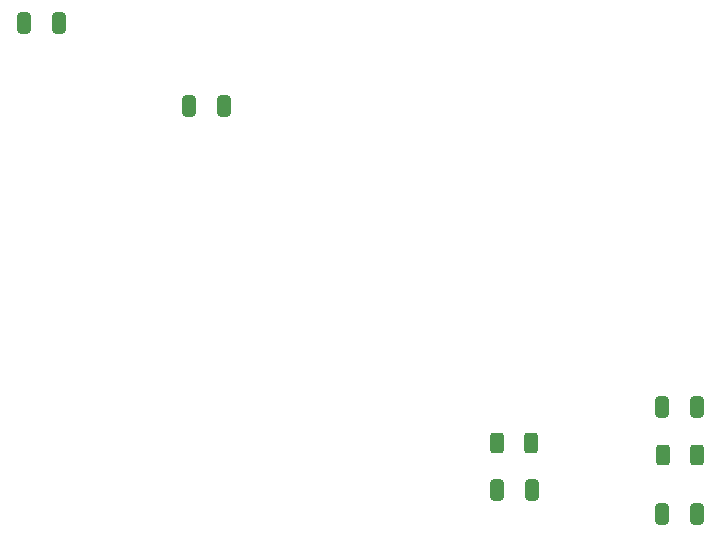
<source format=gbr>
%TF.GenerationSoftware,KiCad,Pcbnew,8.0.6-1.fc41*%
%TF.CreationDate,2024-11-27T18:25:37+08:00*%
%TF.ProjectId,signal_source,7369676e-616c-45f7-936f-757263652e6b,rev?*%
%TF.SameCoordinates,Original*%
%TF.FileFunction,Paste,Top*%
%TF.FilePolarity,Positive*%
%FSLAX46Y46*%
G04 Gerber Fmt 4.6, Leading zero omitted, Abs format (unit mm)*
G04 Created by KiCad (PCBNEW 8.0.6-1.fc41) date 2024-11-27 18:25:37*
%MOMM*%
%LPD*%
G01*
G04 APERTURE LIST*
G04 Aperture macros list*
%AMRoundRect*
0 Rectangle with rounded corners*
0 $1 Rounding radius*
0 $2 $3 $4 $5 $6 $7 $8 $9 X,Y pos of 4 corners*
0 Add a 4 corners polygon primitive as box body*
4,1,4,$2,$3,$4,$5,$6,$7,$8,$9,$2,$3,0*
0 Add four circle primitives for the rounded corners*
1,1,$1+$1,$2,$3*
1,1,$1+$1,$4,$5*
1,1,$1+$1,$6,$7*
1,1,$1+$1,$8,$9*
0 Add four rect primitives between the rounded corners*
20,1,$1+$1,$2,$3,$4,$5,0*
20,1,$1+$1,$4,$5,$6,$7,0*
20,1,$1+$1,$6,$7,$8,$9,0*
20,1,$1+$1,$8,$9,$2,$3,0*%
G04 Aperture macros list end*
%ADD10RoundRect,0.250000X-0.325000X-0.650000X0.325000X-0.650000X0.325000X0.650000X-0.325000X0.650000X0*%
%ADD11RoundRect,0.250000X-0.312500X-0.625000X0.312500X-0.625000X0.312500X0.625000X-0.312500X0.625000X0*%
%ADD12RoundRect,0.250000X0.325000X0.650000X-0.325000X0.650000X-0.325000X-0.650000X0.325000X-0.650000X0*%
%ADD13RoundRect,0.250000X0.312500X0.625000X-0.312500X0.625000X-0.312500X-0.625000X0.312500X-0.625000X0*%
G04 APERTURE END LIST*
D10*
%TO.C,C2*%
X88025000Y-62500000D03*
X90975000Y-62500000D03*
%TD*%
D11*
%TO.C,R1*%
X142100000Y-99000000D03*
X145025000Y-99000000D03*
%TD*%
D12*
%TO.C,C3*%
X131000000Y-102000000D03*
X128050000Y-102000000D03*
%TD*%
D13*
%TO.C,R2*%
X130987500Y-98000000D03*
X128062500Y-98000000D03*
%TD*%
D12*
%TO.C,C5*%
X145025000Y-95000000D03*
X142075000Y-95000000D03*
%TD*%
D10*
%TO.C,C1*%
X102000000Y-69500000D03*
X104950000Y-69500000D03*
%TD*%
D12*
%TO.C,C4*%
X145000000Y-104000000D03*
X142050000Y-104000000D03*
%TD*%
M02*

</source>
